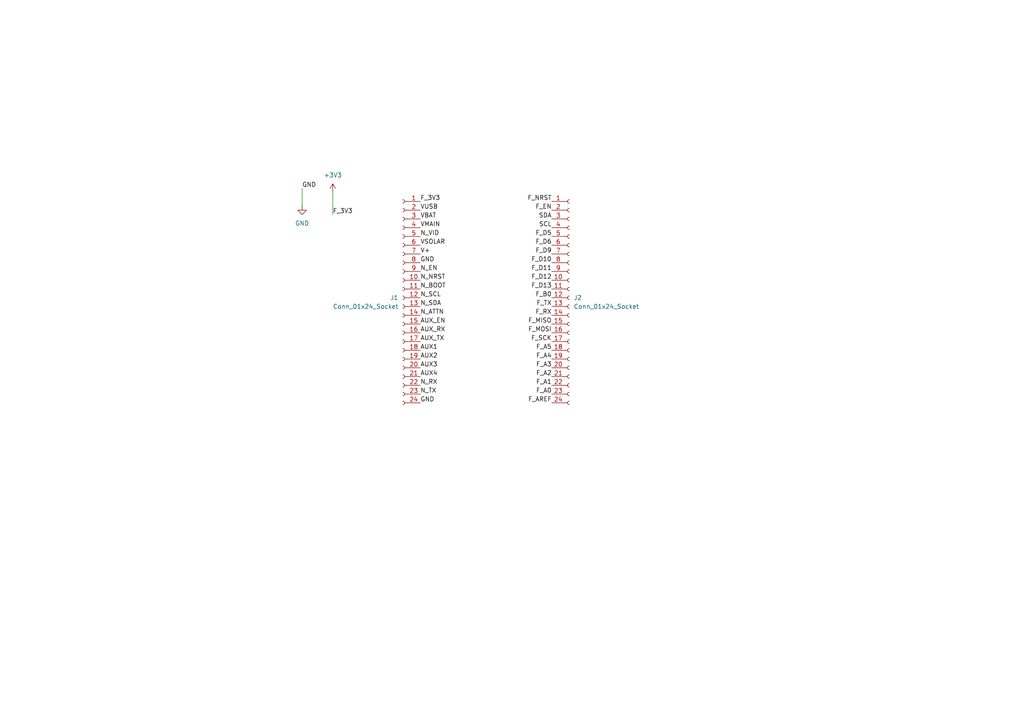
<source format=kicad_sch>
(kicad_sch (version 20231120) (generator "eeschema") (generator_version "8.0")
  (paper "A4")
  (lib_symbols
    (symbol "Connector:Conn_01x24_Socket" (pin_names (offset 1.016) hide)
      (property "Reference" "J" (at 0 30.48 0))
      (property "Value" "Conn_01x24_Socket" (at 0 -33.02 0))
      (symbol "Conn_01x24_Socket_1_1"
        (arc (start 0 -29.972) (mid -0.5058 -30.48) (end 0 -30.988) (stroke (width 0.1524)))
        (arc (start 0 -27.432) (mid -0.5058 -27.94) (end 0 -28.448) (stroke (width 0.1524)))
        (arc (start 0 -24.892) (mid -0.5058 -25.4) (end 0 -25.908) (stroke (width 0.1524)))
        (arc (start 0 -22.352) (mid -0.5058 -22.86) (end 0 -23.368) (stroke (width 0.1524)))
        (arc (start 0 -19.812) (mid -0.5058 -20.32) (end 0 -20.828) (stroke (width 0.1524)))
        (arc (start 0 -17.272) (mid -0.5058 -17.78) (end 0 -18.288) (stroke (width 0.1524)))
        (arc (start 0 -14.732) (mid -0.5058 -15.24) (end 0 -15.748) (stroke (width 0.1524)))
        (arc (start 0 -12.192) (mid -0.5058 -12.7) (end 0 -13.208) (stroke (width 0.1524)))
        (arc (start 0 -9.652) (mid -0.5058 -10.16) (end 0 -10.668) (stroke (width 0.1524)))
        (arc (start 0 -7.112) (mid -0.5058 -7.62) (end 0 -8.128) (stroke (width 0.1524)))
        (arc (start 0 -4.572) (mid -0.5058 -5.08) (end 0 -5.588) (stroke (width 0.1524)))
        (arc (start 0 -2.032) (mid -0.5058 -2.54) (end 0 -3.048) (stroke (width 0.1524)))
        (polyline (pts (xy -1.27 -30.48) (xy -0.508 -30.48)) (stroke (width 0.1524)))
        (polyline (pts (xy -1.27 -27.94) (xy -0.508 -27.94)) (stroke (width 0.1524)))
        (polyline (pts (xy -1.27 -25.4) (xy -0.508 -25.4)) (stroke (width 0.1524)))
        (polyline (pts (xy -1.27 -22.86) (xy -0.508 -22.86)) (stroke (width 0.1524)))
        (polyline (pts (xy -1.27 -20.32) (xy -0.508 -20.32)) (stroke (width 0.1524)))
        (polyline (pts (xy -1.27 -17.78) (xy -0.508 -17.78)) (stroke (width 0.1524)))
        (polyline (pts (xy -1.27 -15.24) (xy -0.508 -15.24)) (stroke (width 0.1524)))
        (polyline (pts (xy -1.27 -12.7) (xy -0.508 -12.7)) (stroke (width 0.1524)))
        (polyline (pts (xy -1.27 -10.16) (xy -0.508 -10.16)) (stroke (width 0.1524)))
        (polyline (pts (xy -1.27 -7.62) (xy -0.508 -7.62)) (stroke (width 0.1524)))
        (polyline (pts (xy -1.27 -5.08) (xy -0.508 -5.08)) (stroke (width 0.1524)))
        (polyline (pts (xy -1.27 -2.54) (xy -0.508 -2.54)) (stroke (width 0.1524)))
        (polyline (pts (xy -1.27 0) (xy -0.508 0)) (stroke (width 0.1524)))
        (polyline (pts (xy -1.27 2.54) (xy -0.508 2.54)) (stroke (width 0.1524)))
        (polyline (pts (xy -1.27 5.08) (xy -0.508 5.08)) (stroke (width 0.1524)))
        (polyline (pts (xy -1.27 7.62) (xy -0.508 7.62)) (stroke (width 0.1524)))
        (polyline (pts (xy -1.27 10.16) (xy -0.508 10.16)) (stroke (width 0.1524)))
        (polyline (pts (xy -1.27 12.7) (xy -0.508 12.7)) (stroke (width 0.1524)))
        (polyline (pts (xy -1.27 15.24) (xy -0.508 15.24)) (stroke (width 0.1524)))
        (polyline (pts (xy -1.27 17.78) (xy -0.508 17.78)) (stroke (width 0.1524)))
        (polyline (pts (xy -1.27 20.32) (xy -0.508 20.32)) (stroke (width 0.1524)))
        (polyline (pts (xy -1.27 22.86) (xy -0.508 22.86)) (stroke (width 0.1524)))
        (polyline (pts (xy -1.27 25.4) (xy -0.508 25.4)) (stroke (width 0.1524)))
        (polyline (pts (xy -1.27 27.94) (xy -0.508 27.94)) (stroke (width 0.1524)))
        (arc (start 0 0.508) (mid -0.5058 0) (end 0 -0.508) (stroke (width 0.1524)))
        (arc (start 0 3.048) (mid -0.5058 2.54) (end 0 2.032) (stroke (width 0.1524)))
        (arc (start 0 5.588) (mid -0.5058 5.08) (end 0 4.572) (stroke (width 0.1524)))
        (arc (start 0 8.128) (mid -0.5058 7.62) (end 0 7.112) (stroke (width 0.1524)))
        (arc (start 0 10.668) (mid -0.5058 10.16) (end 0 9.652) (stroke (width 0.1524)))
        (arc (start 0 13.208) (mid -0.5058 12.7) (end 0 12.192) (stroke (width 0.1524)))
        (arc (start 0 15.748) (mid -0.5058 15.24) (end 0 14.732) (stroke (width 0.1524)))
        (arc (start 0 18.288) (mid -0.5058 17.78) (end 0 17.272) (stroke (width 0.1524)))
        (arc (start 0 20.828) (mid -0.5058 20.32) (end 0 19.812) (stroke (width 0.1524)))
        (arc (start 0 23.368) (mid -0.5058 22.86) (end 0 22.352) (stroke (width 0.1524)))
        (arc (start 0 25.908) (mid -0.5058 25.4) (end 0 24.892) (stroke (width 0.1524)))
        (arc (start 0 28.448) (mid -0.5058 27.94) (end 0 27.432) (stroke (width 0.1524)))
        (pin passive line (at -5.08 27.94 0) (length 3.81) (name "Pin_1") (number "1"))
        (pin passive line (at -5.08 5.08 0) (length 3.81) (name "Pin_10") (number "10"))
        (pin passive line (at -5.08 2.54 0) (length 3.81) (name "Pin_11") (number "11"))
        (pin passive line (at -5.08 0 0) (length 3.81) (name "Pin_12") (number "12"))
        (pin passive line (at -5.08 -2.54 0) (length 3.81) (name "Pin_13") (number "13"))
        (pin passive line (at -5.08 -5.08 0) (length 3.81) (name "Pin_14") (number "14"))
        (pin passive line (at -5.08 -7.62 0) (length 3.81) (name "Pin_15") (number "15"))
        (pin passive line (at -5.08 -10.16 0) (length 3.81) (name "Pin_16") (number "16"))
        (pin passive line (at -5.08 -12.7 0) (length 3.81) (name "Pin_17") (number "17"))
        (pin passive line (at -5.08 -15.24 0) (length 3.81) (name "Pin_18") (number "18"))
        (pin passive line (at -5.08 -17.78 0) (length 3.81) (name "Pin_19") (number "19"))
        (pin passive line (at -5.08 25.4 0) (length 3.81) (name "Pin_2") (number "2"))
        (pin passive line (at -5.08 -20.32 0) (length 3.81) (name "Pin_20") (number "20"))
        (pin passive line (at -5.08 -22.86 0) (length 3.81) (name "Pin_21") (number "21"))
        (pin passive line (at -5.08 -25.4 0) (length 3.81) (name "Pin_22") (number "22"))
        (pin passive line (at -5.08 -27.94 0) (length 3.81) (name "Pin_23") (number "23"))
        (pin passive line (at -5.08 -30.48 0) (length 3.81) (name "Pin_24") (number "24"))
        (pin passive line (at -5.08 22.86 0) (length 3.81) (name "Pin_3") (number "3"))
        (pin passive line (at -5.08 20.32 0) (length 3.81) (name "Pin_4") (number "4"))
        (pin passive line (at -5.08 17.78 0) (length 3.81) (name "Pin_5") (number "5"))
        (pin passive line (at -5.08 15.24 0) (length 3.81) (name "Pin_6") (number "6"))
        (pin passive line (at -5.08 12.7 0) (length 3.81) (name "Pin_7") (number "7"))
        (pin passive line (at -5.08 10.16 0) (length 3.81) (name "Pin_8") (number "8"))
        (pin passive line (at -5.08 7.62 0) (length 3.81) (name "Pin_9") (number "9"))
      )
    )
    (symbol "power:+3V3" (power) (pin_numbers hide) (pin_names (offset 0) hide)
      (property "Value" "+3V3" (at 0 3.556 0))
      (symbol "+3V3_0_1"
        (polyline (pts (xy -0.762 1.27) (xy 0 2.54)))
        (polyline (pts (xy 0 0) (xy 0 2.54)))
        (polyline (pts (xy 0 2.54) (xy 0.762 1.27)))
      )
      (symbol "+3V3_1_1"
        (pin power_in line (at 0 0 90) (length 0) (name "~") (number "1"))
      )
    )
    (symbol "power:GND" (power) (pin_numbers hide) (pin_names (offset 0) hide)
      (property "Value" "GND" (at 0 -3.81 0))
      (symbol "GND_0_1"
        (polyline (pts (xy 0 0) (xy 0 -1.27) (xy 1.27 -1.27) (xy 0 -2.54) (xy -1.27 -1.27) (xy 0 -1.27)))
      )
      (symbol "GND_1_1"
        (pin power_in line (at 0 0 270) (length 0) (name "~") (number "1"))
      )
    )
  )
  (wire (pts (xy 87.63 54.61) (xy 87.63 59.69)))
  (wire (pts (xy 96.52 55.88) (xy 96.52 62.23)))
  (label "F_D6" (at 160.02 71.12 180))
  (label "N_TX" (at 121.92 114.3 0))
  (label "F_A2" (at 160.02 109.22 180))
  (label "N_EN" (at 121.92 78.74 0))
  (label "F_D13" (at 160.02 83.82 180))
  (label "F_AREF" (at 160.02 116.84 180))
  (label "F_D10" (at 160.02 76.2 180))
  (label "F_MISO" (at 160.02 93.98 180))
  (label "SCL" (at 160.02 66.04 180))
  (label "N_SDA" (at 121.92 88.9 0))
  (label "F_A0" (at 160.02 114.3 180))
  (label "VSOLAR" (at 121.92 71.12 0))
  (label "F_D11" (at 160.02 78.74 180))
  (label "F_TX" (at 160.02 88.9 180))
  (label "F_RX" (at 160.02 91.44 180))
  (label "F_D5" (at 160.02 68.58 180))
  (label "N_ATTN" (at 121.92 91.44 0))
  (label "F_NRST" (at 160.02 58.42 180))
  (label "N_RX" (at 121.92 111.76 0))
  (label "F_A3" (at 160.02 106.68 180))
  (label "AUX1" (at 121.92 101.6 0))
  (label "AUX_RX" (at 121.92 96.52 0))
  (label "F_3V3" (at 121.92 58.42 0))
  (label "F_D9" (at 160.02 73.66 180))
  (label "V+" (at 121.92 73.66 0))
  (label "AUX_EN" (at 121.92 93.98 0))
  (label "N_BOOT" (at 121.92 83.82 0))
  (label "F_A1" (at 160.02 111.76 180))
  (label "AUX3" (at 121.92 106.68 0))
  (label "GND" (at 87.63 54.61 0))
  (label "F_A5" (at 160.02 101.6 180))
  (label "F_A4" (at 160.02 104.14 180))
  (label "SDA" (at 160.02 63.5 180))
  (label "N_SCL" (at 121.92 86.36 0))
  (label "F_SCK" (at 160.02 99.06 180))
  (label "VUSB" (at 121.92 60.96 0))
  (label "F_B0" (at 160.02 86.36 180))
  (label "F_EN" (at 160.02 60.96 180))
  (label "N_VID" (at 121.92 68.58 0))
  (label "AUX4" (at 121.92 109.22 0))
  (label "N_NRST" (at 121.92 81.28 0))
  (label "F_3V3" (at 96.52 62.23 0))
  (label "GND" (at 121.92 116.84 0))
  (label "VMAIN" (at 121.92 66.04 0))
  (label "GND" (at 121.92 76.2 0))
  (label "VBAT" (at 121.92 63.5 0))
  (label "F_D12" (at 160.02 81.28 180))
  (label "AUX_TX" (at 121.92 99.06 0))
  (label "AUX2" (at 121.92 104.14 0))
  (label "F_MOSI" (at 160.02 96.52 180))
  (symbol (lib_id "power:GND") (at 87.63 59.69 0) (unit 1)
    (property "Reference" "#PWR01" (effects (hide yes)))
    (property "Value" "GND" (at 87.63 64.77 0))
    (property "Description" "Power symbol creates a global label with name \"GND\" , ground" (effects (hide yes)))
  )
  (symbol (lib_id "Connector:Conn_01x24_Socket") (at 116.84 86.36 0) (mirror y) (unit 1)
    (property "Reference" "J1" (at 115.57 86.3599 0) (effects (justify left)))
    (property "Value" "Conn_01x24_Socket" (at 115.57 88.8999 0) (effects (justify left)))
    (property "Footprint" "Connector_PinHeader_2.54mm:PinHeader_1x24_P2.54mm_Vertical" (effects (hide yes)))
    (property "Description" "Generic connector, single row, 01x24, script generated" (effects (hide yes)))
  )
  (symbol (lib_id "Connector:Conn_01x24_Socket") (at 165.1 86.36 0) (unit 1)
    (property "Reference" "J2" (at 166.37 86.3599 0) (effects (justify left)))
    (property "Value" "Conn_01x24_Socket" (at 166.37 88.8999 0) (effects (justify left)))
    (property "Footprint" "Connector_PinHeader_2.54mm:PinHeader_1x24_P2.54mm_Vertical" (effects (hide yes)))
    (property "Description" "Generic connector, single row, 01x24, script generated" (effects (hide yes)))
  )
  (symbol (lib_id "power:+3V3") (at 96.52 55.88 0) (unit 1)
    (property "Reference" "#PWR02" (effects (hide yes)))
    (property "Value" "+3V3" (at 96.52 50.8 0))
    (property "Description" "Power symbol creates a global label with name \"+3V3\"" (effects (hide yes)))
  )
)
</source>
